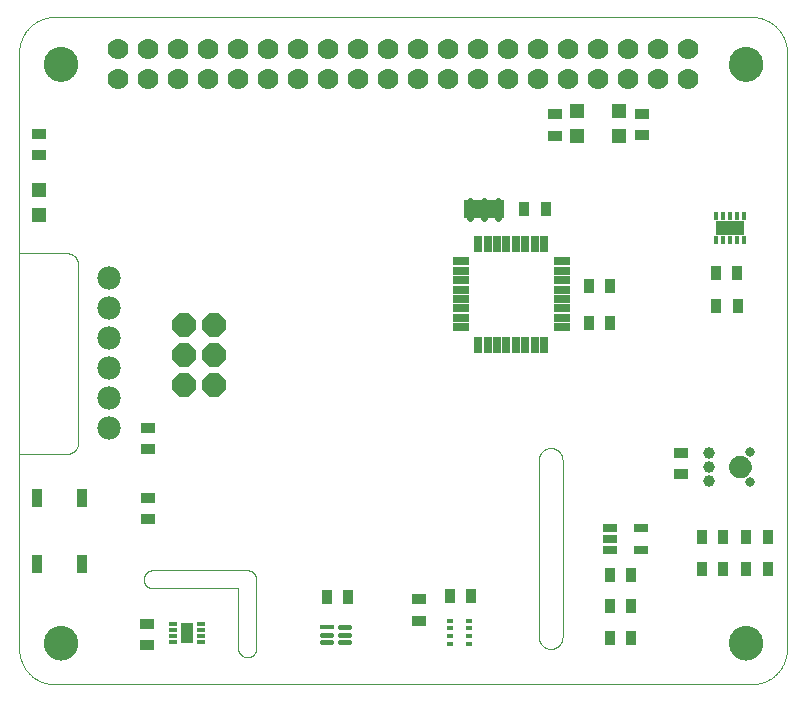
<source format=gts>
G75*
%MOIN*%
%OFA0B0*%
%FSLAX25Y25*%
%IPPOS*%
%LPD*%
%AMOC8*
5,1,8,0,0,1.08239X$1,22.5*
%
%ADD10C,0.00000*%
%ADD11C,0.00100*%
%ADD12C,0.11424*%
%ADD13C,0.07000*%
%ADD14R,0.02600X0.05400*%
%ADD15R,0.05400X0.02600*%
%ADD16R,0.02565X0.01384*%
%ADD17R,0.04337X0.07093*%
%ADD18R,0.04534X0.01581*%
%ADD19C,0.01581*%
%ADD20R,0.05124X0.03550*%
%ADD21R,0.03550X0.05124*%
%ADD22C,0.02172*%
%ADD23R,0.13760X0.06040*%
%ADD24R,0.05124X0.05124*%
%ADD25R,0.03400X0.06400*%
%ADD26C,0.01969*%
%ADD27C,0.03156*%
%ADD28C,0.03943*%
%ADD29R,0.05124X0.02565*%
%ADD30R,0.09370X0.04646*%
%ADD31R,0.01732X0.02756*%
%ADD32C,0.07800*%
%ADD33OC8,0.07800*%
%ADD34R,0.02369X0.01778*%
D10*
X0016811Y0005000D02*
X0249094Y0005000D01*
X0249379Y0005003D01*
X0249665Y0005014D01*
X0249950Y0005031D01*
X0250234Y0005055D01*
X0250518Y0005086D01*
X0250801Y0005124D01*
X0251082Y0005169D01*
X0251363Y0005220D01*
X0251643Y0005278D01*
X0251921Y0005343D01*
X0252197Y0005415D01*
X0252471Y0005493D01*
X0252744Y0005578D01*
X0253014Y0005670D01*
X0253282Y0005768D01*
X0253548Y0005872D01*
X0253811Y0005983D01*
X0254071Y0006100D01*
X0254329Y0006223D01*
X0254583Y0006353D01*
X0254834Y0006489D01*
X0255082Y0006630D01*
X0255326Y0006778D01*
X0255567Y0006931D01*
X0255803Y0007091D01*
X0256036Y0007256D01*
X0256265Y0007426D01*
X0256490Y0007602D01*
X0256710Y0007784D01*
X0256926Y0007970D01*
X0257137Y0008162D01*
X0257344Y0008359D01*
X0257546Y0008561D01*
X0257743Y0008768D01*
X0257935Y0008979D01*
X0258121Y0009195D01*
X0258303Y0009415D01*
X0258479Y0009640D01*
X0258649Y0009869D01*
X0258814Y0010102D01*
X0258974Y0010338D01*
X0259127Y0010579D01*
X0259275Y0010823D01*
X0259416Y0011071D01*
X0259552Y0011322D01*
X0259682Y0011576D01*
X0259805Y0011834D01*
X0259922Y0012094D01*
X0260033Y0012357D01*
X0260137Y0012623D01*
X0260235Y0012891D01*
X0260327Y0013161D01*
X0260412Y0013434D01*
X0260490Y0013708D01*
X0260562Y0013984D01*
X0260627Y0014262D01*
X0260685Y0014542D01*
X0260736Y0014823D01*
X0260781Y0015104D01*
X0260819Y0015387D01*
X0260850Y0015671D01*
X0260874Y0015955D01*
X0260891Y0016240D01*
X0260902Y0016526D01*
X0260905Y0016811D01*
X0260906Y0016811D02*
X0260906Y0215630D01*
X0260905Y0215630D02*
X0260902Y0215915D01*
X0260891Y0216201D01*
X0260874Y0216486D01*
X0260850Y0216770D01*
X0260819Y0217054D01*
X0260781Y0217337D01*
X0260736Y0217618D01*
X0260685Y0217899D01*
X0260627Y0218179D01*
X0260562Y0218457D01*
X0260490Y0218733D01*
X0260412Y0219007D01*
X0260327Y0219280D01*
X0260235Y0219550D01*
X0260137Y0219818D01*
X0260033Y0220084D01*
X0259922Y0220347D01*
X0259805Y0220607D01*
X0259682Y0220865D01*
X0259552Y0221119D01*
X0259416Y0221370D01*
X0259275Y0221618D01*
X0259127Y0221862D01*
X0258974Y0222103D01*
X0258814Y0222339D01*
X0258649Y0222572D01*
X0258479Y0222801D01*
X0258303Y0223026D01*
X0258121Y0223246D01*
X0257935Y0223462D01*
X0257743Y0223673D01*
X0257546Y0223880D01*
X0257344Y0224082D01*
X0257137Y0224279D01*
X0256926Y0224471D01*
X0256710Y0224657D01*
X0256490Y0224839D01*
X0256265Y0225015D01*
X0256036Y0225185D01*
X0255803Y0225350D01*
X0255567Y0225510D01*
X0255326Y0225663D01*
X0255082Y0225811D01*
X0254834Y0225952D01*
X0254583Y0226088D01*
X0254329Y0226218D01*
X0254071Y0226341D01*
X0253811Y0226458D01*
X0253548Y0226569D01*
X0253282Y0226673D01*
X0253014Y0226771D01*
X0252744Y0226863D01*
X0252471Y0226948D01*
X0252197Y0227026D01*
X0251921Y0227098D01*
X0251643Y0227163D01*
X0251363Y0227221D01*
X0251082Y0227272D01*
X0250801Y0227317D01*
X0250518Y0227355D01*
X0250234Y0227386D01*
X0249950Y0227410D01*
X0249665Y0227427D01*
X0249379Y0227438D01*
X0249094Y0227441D01*
X0016811Y0227441D01*
X0016526Y0227438D01*
X0016240Y0227427D01*
X0015955Y0227410D01*
X0015671Y0227386D01*
X0015387Y0227355D01*
X0015104Y0227317D01*
X0014823Y0227272D01*
X0014542Y0227221D01*
X0014262Y0227163D01*
X0013984Y0227098D01*
X0013708Y0227026D01*
X0013434Y0226948D01*
X0013161Y0226863D01*
X0012891Y0226771D01*
X0012623Y0226673D01*
X0012357Y0226569D01*
X0012094Y0226458D01*
X0011834Y0226341D01*
X0011576Y0226218D01*
X0011322Y0226088D01*
X0011071Y0225952D01*
X0010823Y0225811D01*
X0010579Y0225663D01*
X0010338Y0225510D01*
X0010102Y0225350D01*
X0009869Y0225185D01*
X0009640Y0225015D01*
X0009415Y0224839D01*
X0009195Y0224657D01*
X0008979Y0224471D01*
X0008768Y0224279D01*
X0008561Y0224082D01*
X0008359Y0223880D01*
X0008162Y0223673D01*
X0007970Y0223462D01*
X0007784Y0223246D01*
X0007602Y0223026D01*
X0007426Y0222801D01*
X0007256Y0222572D01*
X0007091Y0222339D01*
X0006931Y0222103D01*
X0006778Y0221862D01*
X0006630Y0221618D01*
X0006489Y0221370D01*
X0006353Y0221119D01*
X0006223Y0220865D01*
X0006100Y0220607D01*
X0005983Y0220347D01*
X0005872Y0220084D01*
X0005768Y0219818D01*
X0005670Y0219550D01*
X0005578Y0219280D01*
X0005493Y0219007D01*
X0005415Y0218733D01*
X0005343Y0218457D01*
X0005278Y0218179D01*
X0005220Y0217899D01*
X0005169Y0217618D01*
X0005124Y0217337D01*
X0005086Y0217054D01*
X0005055Y0216770D01*
X0005031Y0216486D01*
X0005014Y0216201D01*
X0005003Y0215915D01*
X0005000Y0215630D01*
X0005000Y0016811D01*
X0005003Y0016526D01*
X0005014Y0016240D01*
X0005031Y0015955D01*
X0005055Y0015671D01*
X0005086Y0015387D01*
X0005124Y0015104D01*
X0005169Y0014823D01*
X0005220Y0014542D01*
X0005278Y0014262D01*
X0005343Y0013984D01*
X0005415Y0013708D01*
X0005493Y0013434D01*
X0005578Y0013161D01*
X0005670Y0012891D01*
X0005768Y0012623D01*
X0005872Y0012357D01*
X0005983Y0012094D01*
X0006100Y0011834D01*
X0006223Y0011576D01*
X0006353Y0011322D01*
X0006489Y0011071D01*
X0006630Y0010823D01*
X0006778Y0010579D01*
X0006931Y0010338D01*
X0007091Y0010102D01*
X0007256Y0009869D01*
X0007426Y0009640D01*
X0007602Y0009415D01*
X0007784Y0009195D01*
X0007970Y0008979D01*
X0008162Y0008768D01*
X0008359Y0008561D01*
X0008561Y0008359D01*
X0008768Y0008162D01*
X0008979Y0007970D01*
X0009195Y0007784D01*
X0009415Y0007602D01*
X0009640Y0007426D01*
X0009869Y0007256D01*
X0010102Y0007091D01*
X0010338Y0006931D01*
X0010579Y0006778D01*
X0010823Y0006630D01*
X0011071Y0006489D01*
X0011322Y0006353D01*
X0011576Y0006223D01*
X0011834Y0006100D01*
X0012094Y0005983D01*
X0012357Y0005872D01*
X0012623Y0005768D01*
X0012891Y0005670D01*
X0013161Y0005578D01*
X0013434Y0005493D01*
X0013708Y0005415D01*
X0013984Y0005343D01*
X0014262Y0005278D01*
X0014542Y0005220D01*
X0014823Y0005169D01*
X0015104Y0005124D01*
X0015387Y0005086D01*
X0015671Y0005055D01*
X0015955Y0005031D01*
X0016240Y0005014D01*
X0016526Y0005003D01*
X0016811Y0005000D01*
X0013268Y0018780D02*
X0013270Y0018928D01*
X0013276Y0019076D01*
X0013286Y0019224D01*
X0013300Y0019371D01*
X0013318Y0019518D01*
X0013339Y0019664D01*
X0013365Y0019810D01*
X0013395Y0019955D01*
X0013428Y0020099D01*
X0013466Y0020242D01*
X0013507Y0020384D01*
X0013552Y0020525D01*
X0013600Y0020665D01*
X0013653Y0020804D01*
X0013709Y0020941D01*
X0013769Y0021076D01*
X0013832Y0021210D01*
X0013899Y0021342D01*
X0013970Y0021472D01*
X0014044Y0021600D01*
X0014121Y0021726D01*
X0014202Y0021850D01*
X0014286Y0021972D01*
X0014373Y0022091D01*
X0014464Y0022208D01*
X0014558Y0022323D01*
X0014654Y0022435D01*
X0014754Y0022545D01*
X0014856Y0022651D01*
X0014962Y0022755D01*
X0015070Y0022856D01*
X0015181Y0022954D01*
X0015294Y0023050D01*
X0015410Y0023142D01*
X0015528Y0023231D01*
X0015649Y0023316D01*
X0015772Y0023399D01*
X0015897Y0023478D01*
X0016024Y0023554D01*
X0016153Y0023626D01*
X0016284Y0023695D01*
X0016417Y0023760D01*
X0016552Y0023821D01*
X0016688Y0023879D01*
X0016825Y0023934D01*
X0016964Y0023984D01*
X0017105Y0024031D01*
X0017246Y0024074D01*
X0017389Y0024114D01*
X0017533Y0024149D01*
X0017677Y0024181D01*
X0017823Y0024208D01*
X0017969Y0024232D01*
X0018116Y0024252D01*
X0018263Y0024268D01*
X0018410Y0024280D01*
X0018558Y0024288D01*
X0018706Y0024292D01*
X0018854Y0024292D01*
X0019002Y0024288D01*
X0019150Y0024280D01*
X0019297Y0024268D01*
X0019444Y0024252D01*
X0019591Y0024232D01*
X0019737Y0024208D01*
X0019883Y0024181D01*
X0020027Y0024149D01*
X0020171Y0024114D01*
X0020314Y0024074D01*
X0020455Y0024031D01*
X0020596Y0023984D01*
X0020735Y0023934D01*
X0020872Y0023879D01*
X0021008Y0023821D01*
X0021143Y0023760D01*
X0021276Y0023695D01*
X0021407Y0023626D01*
X0021536Y0023554D01*
X0021663Y0023478D01*
X0021788Y0023399D01*
X0021911Y0023316D01*
X0022032Y0023231D01*
X0022150Y0023142D01*
X0022266Y0023050D01*
X0022379Y0022954D01*
X0022490Y0022856D01*
X0022598Y0022755D01*
X0022704Y0022651D01*
X0022806Y0022545D01*
X0022906Y0022435D01*
X0023002Y0022323D01*
X0023096Y0022208D01*
X0023187Y0022091D01*
X0023274Y0021972D01*
X0023358Y0021850D01*
X0023439Y0021726D01*
X0023516Y0021600D01*
X0023590Y0021472D01*
X0023661Y0021342D01*
X0023728Y0021210D01*
X0023791Y0021076D01*
X0023851Y0020941D01*
X0023907Y0020804D01*
X0023960Y0020665D01*
X0024008Y0020525D01*
X0024053Y0020384D01*
X0024094Y0020242D01*
X0024132Y0020099D01*
X0024165Y0019955D01*
X0024195Y0019810D01*
X0024221Y0019664D01*
X0024242Y0019518D01*
X0024260Y0019371D01*
X0024274Y0019224D01*
X0024284Y0019076D01*
X0024290Y0018928D01*
X0024292Y0018780D01*
X0024290Y0018632D01*
X0024284Y0018484D01*
X0024274Y0018336D01*
X0024260Y0018189D01*
X0024242Y0018042D01*
X0024221Y0017896D01*
X0024195Y0017750D01*
X0024165Y0017605D01*
X0024132Y0017461D01*
X0024094Y0017318D01*
X0024053Y0017176D01*
X0024008Y0017035D01*
X0023960Y0016895D01*
X0023907Y0016756D01*
X0023851Y0016619D01*
X0023791Y0016484D01*
X0023728Y0016350D01*
X0023661Y0016218D01*
X0023590Y0016088D01*
X0023516Y0015960D01*
X0023439Y0015834D01*
X0023358Y0015710D01*
X0023274Y0015588D01*
X0023187Y0015469D01*
X0023096Y0015352D01*
X0023002Y0015237D01*
X0022906Y0015125D01*
X0022806Y0015015D01*
X0022704Y0014909D01*
X0022598Y0014805D01*
X0022490Y0014704D01*
X0022379Y0014606D01*
X0022266Y0014510D01*
X0022150Y0014418D01*
X0022032Y0014329D01*
X0021911Y0014244D01*
X0021788Y0014161D01*
X0021663Y0014082D01*
X0021536Y0014006D01*
X0021407Y0013934D01*
X0021276Y0013865D01*
X0021143Y0013800D01*
X0021008Y0013739D01*
X0020872Y0013681D01*
X0020735Y0013626D01*
X0020596Y0013576D01*
X0020455Y0013529D01*
X0020314Y0013486D01*
X0020171Y0013446D01*
X0020027Y0013411D01*
X0019883Y0013379D01*
X0019737Y0013352D01*
X0019591Y0013328D01*
X0019444Y0013308D01*
X0019297Y0013292D01*
X0019150Y0013280D01*
X0019002Y0013272D01*
X0018854Y0013268D01*
X0018706Y0013268D01*
X0018558Y0013272D01*
X0018410Y0013280D01*
X0018263Y0013292D01*
X0018116Y0013308D01*
X0017969Y0013328D01*
X0017823Y0013352D01*
X0017677Y0013379D01*
X0017533Y0013411D01*
X0017389Y0013446D01*
X0017246Y0013486D01*
X0017105Y0013529D01*
X0016964Y0013576D01*
X0016825Y0013626D01*
X0016688Y0013681D01*
X0016552Y0013739D01*
X0016417Y0013800D01*
X0016284Y0013865D01*
X0016153Y0013934D01*
X0016024Y0014006D01*
X0015897Y0014082D01*
X0015772Y0014161D01*
X0015649Y0014244D01*
X0015528Y0014329D01*
X0015410Y0014418D01*
X0015294Y0014510D01*
X0015181Y0014606D01*
X0015070Y0014704D01*
X0014962Y0014805D01*
X0014856Y0014909D01*
X0014754Y0015015D01*
X0014654Y0015125D01*
X0014558Y0015237D01*
X0014464Y0015352D01*
X0014373Y0015469D01*
X0014286Y0015588D01*
X0014202Y0015710D01*
X0014121Y0015834D01*
X0014044Y0015960D01*
X0013970Y0016088D01*
X0013899Y0016218D01*
X0013832Y0016350D01*
X0013769Y0016484D01*
X0013709Y0016619D01*
X0013653Y0016756D01*
X0013600Y0016895D01*
X0013552Y0017035D01*
X0013507Y0017176D01*
X0013466Y0017318D01*
X0013428Y0017461D01*
X0013395Y0017605D01*
X0013365Y0017750D01*
X0013339Y0017896D01*
X0013318Y0018042D01*
X0013300Y0018189D01*
X0013286Y0018336D01*
X0013276Y0018484D01*
X0013270Y0018632D01*
X0013268Y0018780D01*
X0005000Y0053000D02*
X0005000Y0128000D01*
X0024685Y0144764D02*
X0024683Y0144888D01*
X0024677Y0145011D01*
X0024668Y0145135D01*
X0024654Y0145257D01*
X0024637Y0145380D01*
X0024615Y0145502D01*
X0024590Y0145623D01*
X0024561Y0145743D01*
X0024529Y0145862D01*
X0024492Y0145981D01*
X0024452Y0146098D01*
X0024409Y0146213D01*
X0024361Y0146328D01*
X0024310Y0146440D01*
X0024256Y0146551D01*
X0024198Y0146661D01*
X0024137Y0146768D01*
X0024072Y0146874D01*
X0024004Y0146977D01*
X0023933Y0147078D01*
X0023859Y0147177D01*
X0023782Y0147274D01*
X0023701Y0147368D01*
X0023618Y0147459D01*
X0023532Y0147548D01*
X0023443Y0147634D01*
X0023352Y0147717D01*
X0023258Y0147798D01*
X0023161Y0147875D01*
X0023062Y0147949D01*
X0022961Y0148020D01*
X0022858Y0148088D01*
X0022752Y0148153D01*
X0022645Y0148214D01*
X0022535Y0148272D01*
X0022424Y0148326D01*
X0022312Y0148377D01*
X0022197Y0148425D01*
X0022082Y0148468D01*
X0021965Y0148508D01*
X0021846Y0148545D01*
X0021727Y0148577D01*
X0021607Y0148606D01*
X0021486Y0148631D01*
X0021364Y0148653D01*
X0021241Y0148670D01*
X0021119Y0148684D01*
X0020995Y0148693D01*
X0020872Y0148699D01*
X0020748Y0148701D01*
X0005000Y0148701D01*
X0024685Y0144764D02*
X0024685Y0085709D01*
X0024683Y0085585D01*
X0024677Y0085462D01*
X0024668Y0085338D01*
X0024654Y0085216D01*
X0024637Y0085093D01*
X0024615Y0084971D01*
X0024590Y0084850D01*
X0024561Y0084730D01*
X0024529Y0084611D01*
X0024492Y0084492D01*
X0024452Y0084375D01*
X0024409Y0084260D01*
X0024361Y0084145D01*
X0024310Y0084033D01*
X0024256Y0083922D01*
X0024198Y0083812D01*
X0024137Y0083705D01*
X0024072Y0083599D01*
X0024004Y0083496D01*
X0023933Y0083395D01*
X0023859Y0083296D01*
X0023782Y0083199D01*
X0023701Y0083105D01*
X0023618Y0083014D01*
X0023532Y0082925D01*
X0023443Y0082839D01*
X0023352Y0082756D01*
X0023258Y0082675D01*
X0023161Y0082598D01*
X0023062Y0082524D01*
X0022961Y0082453D01*
X0022858Y0082385D01*
X0022752Y0082320D01*
X0022645Y0082259D01*
X0022535Y0082201D01*
X0022424Y0082147D01*
X0022312Y0082096D01*
X0022197Y0082048D01*
X0022082Y0082005D01*
X0021965Y0081965D01*
X0021846Y0081928D01*
X0021727Y0081896D01*
X0021607Y0081867D01*
X0021486Y0081842D01*
X0021364Y0081820D01*
X0021241Y0081803D01*
X0021119Y0081789D01*
X0020995Y0081780D01*
X0020872Y0081774D01*
X0020748Y0081772D01*
X0005394Y0081772D01*
X0005000Y0082000D02*
X0005000Y0082500D01*
X0013268Y0211693D02*
X0013270Y0211841D01*
X0013276Y0211989D01*
X0013286Y0212137D01*
X0013300Y0212284D01*
X0013318Y0212431D01*
X0013339Y0212577D01*
X0013365Y0212723D01*
X0013395Y0212868D01*
X0013428Y0213012D01*
X0013466Y0213155D01*
X0013507Y0213297D01*
X0013552Y0213438D01*
X0013600Y0213578D01*
X0013653Y0213717D01*
X0013709Y0213854D01*
X0013769Y0213989D01*
X0013832Y0214123D01*
X0013899Y0214255D01*
X0013970Y0214385D01*
X0014044Y0214513D01*
X0014121Y0214639D01*
X0014202Y0214763D01*
X0014286Y0214885D01*
X0014373Y0215004D01*
X0014464Y0215121D01*
X0014558Y0215236D01*
X0014654Y0215348D01*
X0014754Y0215458D01*
X0014856Y0215564D01*
X0014962Y0215668D01*
X0015070Y0215769D01*
X0015181Y0215867D01*
X0015294Y0215963D01*
X0015410Y0216055D01*
X0015528Y0216144D01*
X0015649Y0216229D01*
X0015772Y0216312D01*
X0015897Y0216391D01*
X0016024Y0216467D01*
X0016153Y0216539D01*
X0016284Y0216608D01*
X0016417Y0216673D01*
X0016552Y0216734D01*
X0016688Y0216792D01*
X0016825Y0216847D01*
X0016964Y0216897D01*
X0017105Y0216944D01*
X0017246Y0216987D01*
X0017389Y0217027D01*
X0017533Y0217062D01*
X0017677Y0217094D01*
X0017823Y0217121D01*
X0017969Y0217145D01*
X0018116Y0217165D01*
X0018263Y0217181D01*
X0018410Y0217193D01*
X0018558Y0217201D01*
X0018706Y0217205D01*
X0018854Y0217205D01*
X0019002Y0217201D01*
X0019150Y0217193D01*
X0019297Y0217181D01*
X0019444Y0217165D01*
X0019591Y0217145D01*
X0019737Y0217121D01*
X0019883Y0217094D01*
X0020027Y0217062D01*
X0020171Y0217027D01*
X0020314Y0216987D01*
X0020455Y0216944D01*
X0020596Y0216897D01*
X0020735Y0216847D01*
X0020872Y0216792D01*
X0021008Y0216734D01*
X0021143Y0216673D01*
X0021276Y0216608D01*
X0021407Y0216539D01*
X0021536Y0216467D01*
X0021663Y0216391D01*
X0021788Y0216312D01*
X0021911Y0216229D01*
X0022032Y0216144D01*
X0022150Y0216055D01*
X0022266Y0215963D01*
X0022379Y0215867D01*
X0022490Y0215769D01*
X0022598Y0215668D01*
X0022704Y0215564D01*
X0022806Y0215458D01*
X0022906Y0215348D01*
X0023002Y0215236D01*
X0023096Y0215121D01*
X0023187Y0215004D01*
X0023274Y0214885D01*
X0023358Y0214763D01*
X0023439Y0214639D01*
X0023516Y0214513D01*
X0023590Y0214385D01*
X0023661Y0214255D01*
X0023728Y0214123D01*
X0023791Y0213989D01*
X0023851Y0213854D01*
X0023907Y0213717D01*
X0023960Y0213578D01*
X0024008Y0213438D01*
X0024053Y0213297D01*
X0024094Y0213155D01*
X0024132Y0213012D01*
X0024165Y0212868D01*
X0024195Y0212723D01*
X0024221Y0212577D01*
X0024242Y0212431D01*
X0024260Y0212284D01*
X0024274Y0212137D01*
X0024284Y0211989D01*
X0024290Y0211841D01*
X0024292Y0211693D01*
X0024290Y0211545D01*
X0024284Y0211397D01*
X0024274Y0211249D01*
X0024260Y0211102D01*
X0024242Y0210955D01*
X0024221Y0210809D01*
X0024195Y0210663D01*
X0024165Y0210518D01*
X0024132Y0210374D01*
X0024094Y0210231D01*
X0024053Y0210089D01*
X0024008Y0209948D01*
X0023960Y0209808D01*
X0023907Y0209669D01*
X0023851Y0209532D01*
X0023791Y0209397D01*
X0023728Y0209263D01*
X0023661Y0209131D01*
X0023590Y0209001D01*
X0023516Y0208873D01*
X0023439Y0208747D01*
X0023358Y0208623D01*
X0023274Y0208501D01*
X0023187Y0208382D01*
X0023096Y0208265D01*
X0023002Y0208150D01*
X0022906Y0208038D01*
X0022806Y0207928D01*
X0022704Y0207822D01*
X0022598Y0207718D01*
X0022490Y0207617D01*
X0022379Y0207519D01*
X0022266Y0207423D01*
X0022150Y0207331D01*
X0022032Y0207242D01*
X0021911Y0207157D01*
X0021788Y0207074D01*
X0021663Y0206995D01*
X0021536Y0206919D01*
X0021407Y0206847D01*
X0021276Y0206778D01*
X0021143Y0206713D01*
X0021008Y0206652D01*
X0020872Y0206594D01*
X0020735Y0206539D01*
X0020596Y0206489D01*
X0020455Y0206442D01*
X0020314Y0206399D01*
X0020171Y0206359D01*
X0020027Y0206324D01*
X0019883Y0206292D01*
X0019737Y0206265D01*
X0019591Y0206241D01*
X0019444Y0206221D01*
X0019297Y0206205D01*
X0019150Y0206193D01*
X0019002Y0206185D01*
X0018854Y0206181D01*
X0018706Y0206181D01*
X0018558Y0206185D01*
X0018410Y0206193D01*
X0018263Y0206205D01*
X0018116Y0206221D01*
X0017969Y0206241D01*
X0017823Y0206265D01*
X0017677Y0206292D01*
X0017533Y0206324D01*
X0017389Y0206359D01*
X0017246Y0206399D01*
X0017105Y0206442D01*
X0016964Y0206489D01*
X0016825Y0206539D01*
X0016688Y0206594D01*
X0016552Y0206652D01*
X0016417Y0206713D01*
X0016284Y0206778D01*
X0016153Y0206847D01*
X0016024Y0206919D01*
X0015897Y0206995D01*
X0015772Y0207074D01*
X0015649Y0207157D01*
X0015528Y0207242D01*
X0015410Y0207331D01*
X0015294Y0207423D01*
X0015181Y0207519D01*
X0015070Y0207617D01*
X0014962Y0207718D01*
X0014856Y0207822D01*
X0014754Y0207928D01*
X0014654Y0208038D01*
X0014558Y0208150D01*
X0014464Y0208265D01*
X0014373Y0208382D01*
X0014286Y0208501D01*
X0014202Y0208623D01*
X0014121Y0208747D01*
X0014044Y0208873D01*
X0013970Y0209001D01*
X0013899Y0209131D01*
X0013832Y0209263D01*
X0013769Y0209397D01*
X0013709Y0209532D01*
X0013653Y0209669D01*
X0013600Y0209808D01*
X0013552Y0209948D01*
X0013507Y0210089D01*
X0013466Y0210231D01*
X0013428Y0210374D01*
X0013395Y0210518D01*
X0013365Y0210663D01*
X0013339Y0210809D01*
X0013318Y0210955D01*
X0013300Y0211102D01*
X0013286Y0211249D01*
X0013276Y0211397D01*
X0013270Y0211545D01*
X0013268Y0211693D01*
X0178228Y0079803D02*
X0178228Y0020748D01*
X0178230Y0020624D01*
X0178236Y0020501D01*
X0178245Y0020377D01*
X0178259Y0020255D01*
X0178276Y0020132D01*
X0178298Y0020010D01*
X0178323Y0019889D01*
X0178352Y0019769D01*
X0178384Y0019650D01*
X0178421Y0019531D01*
X0178461Y0019414D01*
X0178504Y0019299D01*
X0178552Y0019184D01*
X0178603Y0019072D01*
X0178657Y0018961D01*
X0178715Y0018851D01*
X0178776Y0018744D01*
X0178841Y0018638D01*
X0178909Y0018535D01*
X0178980Y0018434D01*
X0179054Y0018335D01*
X0179131Y0018238D01*
X0179212Y0018144D01*
X0179295Y0018053D01*
X0179381Y0017964D01*
X0179470Y0017878D01*
X0179561Y0017795D01*
X0179655Y0017714D01*
X0179752Y0017637D01*
X0179851Y0017563D01*
X0179952Y0017492D01*
X0180055Y0017424D01*
X0180161Y0017359D01*
X0180268Y0017298D01*
X0180378Y0017240D01*
X0180489Y0017186D01*
X0180601Y0017135D01*
X0180716Y0017087D01*
X0180831Y0017044D01*
X0180948Y0017004D01*
X0181067Y0016967D01*
X0181186Y0016935D01*
X0181306Y0016906D01*
X0181427Y0016881D01*
X0181549Y0016859D01*
X0181672Y0016842D01*
X0181794Y0016828D01*
X0181918Y0016819D01*
X0182041Y0016813D01*
X0182165Y0016811D01*
X0182289Y0016813D01*
X0182412Y0016819D01*
X0182536Y0016828D01*
X0182658Y0016842D01*
X0182781Y0016859D01*
X0182903Y0016881D01*
X0183024Y0016906D01*
X0183144Y0016935D01*
X0183263Y0016967D01*
X0183382Y0017004D01*
X0183499Y0017044D01*
X0183614Y0017087D01*
X0183729Y0017135D01*
X0183841Y0017186D01*
X0183952Y0017240D01*
X0184062Y0017298D01*
X0184169Y0017359D01*
X0184275Y0017424D01*
X0184378Y0017492D01*
X0184479Y0017563D01*
X0184578Y0017637D01*
X0184675Y0017714D01*
X0184769Y0017795D01*
X0184860Y0017878D01*
X0184949Y0017964D01*
X0185035Y0018053D01*
X0185118Y0018144D01*
X0185199Y0018238D01*
X0185276Y0018335D01*
X0185350Y0018434D01*
X0185421Y0018535D01*
X0185489Y0018638D01*
X0185554Y0018744D01*
X0185615Y0018851D01*
X0185673Y0018961D01*
X0185727Y0019072D01*
X0185778Y0019184D01*
X0185826Y0019299D01*
X0185869Y0019414D01*
X0185909Y0019531D01*
X0185946Y0019650D01*
X0185978Y0019769D01*
X0186007Y0019889D01*
X0186032Y0020010D01*
X0186054Y0020132D01*
X0186071Y0020255D01*
X0186085Y0020377D01*
X0186094Y0020501D01*
X0186100Y0020624D01*
X0186102Y0020748D01*
X0186102Y0079803D01*
X0186100Y0079927D01*
X0186094Y0080050D01*
X0186085Y0080174D01*
X0186071Y0080296D01*
X0186054Y0080419D01*
X0186032Y0080541D01*
X0186007Y0080662D01*
X0185978Y0080782D01*
X0185946Y0080901D01*
X0185909Y0081020D01*
X0185869Y0081137D01*
X0185826Y0081252D01*
X0185778Y0081367D01*
X0185727Y0081479D01*
X0185673Y0081590D01*
X0185615Y0081700D01*
X0185554Y0081807D01*
X0185489Y0081913D01*
X0185421Y0082016D01*
X0185350Y0082117D01*
X0185276Y0082216D01*
X0185199Y0082313D01*
X0185118Y0082407D01*
X0185035Y0082498D01*
X0184949Y0082587D01*
X0184860Y0082673D01*
X0184769Y0082756D01*
X0184675Y0082837D01*
X0184578Y0082914D01*
X0184479Y0082988D01*
X0184378Y0083059D01*
X0184275Y0083127D01*
X0184169Y0083192D01*
X0184062Y0083253D01*
X0183952Y0083311D01*
X0183841Y0083365D01*
X0183729Y0083416D01*
X0183614Y0083464D01*
X0183499Y0083507D01*
X0183382Y0083547D01*
X0183263Y0083584D01*
X0183144Y0083616D01*
X0183024Y0083645D01*
X0182903Y0083670D01*
X0182781Y0083692D01*
X0182658Y0083709D01*
X0182536Y0083723D01*
X0182412Y0083732D01*
X0182289Y0083738D01*
X0182165Y0083740D01*
X0182041Y0083738D01*
X0181918Y0083732D01*
X0181794Y0083723D01*
X0181672Y0083709D01*
X0181549Y0083692D01*
X0181427Y0083670D01*
X0181306Y0083645D01*
X0181186Y0083616D01*
X0181067Y0083584D01*
X0180948Y0083547D01*
X0180831Y0083507D01*
X0180716Y0083464D01*
X0180601Y0083416D01*
X0180489Y0083365D01*
X0180378Y0083311D01*
X0180268Y0083253D01*
X0180161Y0083192D01*
X0180055Y0083127D01*
X0179952Y0083059D01*
X0179851Y0082988D01*
X0179752Y0082914D01*
X0179655Y0082837D01*
X0179561Y0082756D01*
X0179470Y0082673D01*
X0179381Y0082587D01*
X0179295Y0082498D01*
X0179212Y0082407D01*
X0179131Y0082313D01*
X0179054Y0082216D01*
X0178980Y0082117D01*
X0178909Y0082016D01*
X0178841Y0081913D01*
X0178776Y0081807D01*
X0178715Y0081700D01*
X0178657Y0081590D01*
X0178603Y0081479D01*
X0178552Y0081367D01*
X0178504Y0081252D01*
X0178461Y0081137D01*
X0178421Y0081020D01*
X0178384Y0080901D01*
X0178352Y0080782D01*
X0178323Y0080662D01*
X0178298Y0080541D01*
X0178276Y0080419D01*
X0178259Y0080296D01*
X0178245Y0080174D01*
X0178236Y0080050D01*
X0178230Y0079927D01*
X0178228Y0079803D01*
X0243628Y0077400D02*
X0243630Y0077484D01*
X0243636Y0077567D01*
X0243646Y0077650D01*
X0243660Y0077733D01*
X0243677Y0077815D01*
X0243699Y0077896D01*
X0243724Y0077975D01*
X0243753Y0078054D01*
X0243786Y0078131D01*
X0243822Y0078206D01*
X0243862Y0078280D01*
X0243905Y0078352D01*
X0243952Y0078421D01*
X0244002Y0078488D01*
X0244055Y0078553D01*
X0244111Y0078615D01*
X0244169Y0078675D01*
X0244231Y0078732D01*
X0244295Y0078785D01*
X0244362Y0078836D01*
X0244431Y0078883D01*
X0244502Y0078928D01*
X0244575Y0078968D01*
X0244650Y0079005D01*
X0244727Y0079039D01*
X0244805Y0079069D01*
X0244884Y0079095D01*
X0244965Y0079118D01*
X0245047Y0079136D01*
X0245129Y0079151D01*
X0245212Y0079162D01*
X0245295Y0079169D01*
X0245379Y0079172D01*
X0245463Y0079171D01*
X0245546Y0079166D01*
X0245630Y0079157D01*
X0245712Y0079144D01*
X0245794Y0079128D01*
X0245875Y0079107D01*
X0245956Y0079083D01*
X0246034Y0079055D01*
X0246112Y0079023D01*
X0246188Y0078987D01*
X0246262Y0078948D01*
X0246334Y0078906D01*
X0246404Y0078860D01*
X0246472Y0078811D01*
X0246537Y0078759D01*
X0246600Y0078704D01*
X0246660Y0078646D01*
X0246718Y0078585D01*
X0246772Y0078521D01*
X0246824Y0078455D01*
X0246872Y0078387D01*
X0246917Y0078316D01*
X0246958Y0078243D01*
X0246997Y0078169D01*
X0247031Y0078093D01*
X0247062Y0078015D01*
X0247089Y0077936D01*
X0247113Y0077855D01*
X0247132Y0077774D01*
X0247148Y0077692D01*
X0247160Y0077609D01*
X0247168Y0077525D01*
X0247172Y0077442D01*
X0247172Y0077358D01*
X0247168Y0077275D01*
X0247160Y0077191D01*
X0247148Y0077108D01*
X0247132Y0077026D01*
X0247113Y0076945D01*
X0247089Y0076864D01*
X0247062Y0076785D01*
X0247031Y0076707D01*
X0246997Y0076631D01*
X0246958Y0076557D01*
X0246917Y0076484D01*
X0246872Y0076413D01*
X0246824Y0076345D01*
X0246772Y0076279D01*
X0246718Y0076215D01*
X0246660Y0076154D01*
X0246600Y0076096D01*
X0246537Y0076041D01*
X0246472Y0075989D01*
X0246404Y0075940D01*
X0246334Y0075894D01*
X0246262Y0075852D01*
X0246188Y0075813D01*
X0246112Y0075777D01*
X0246034Y0075745D01*
X0245956Y0075717D01*
X0245875Y0075693D01*
X0245794Y0075672D01*
X0245712Y0075656D01*
X0245630Y0075643D01*
X0245546Y0075634D01*
X0245463Y0075629D01*
X0245379Y0075628D01*
X0245295Y0075631D01*
X0245212Y0075638D01*
X0245129Y0075649D01*
X0245047Y0075664D01*
X0244965Y0075682D01*
X0244884Y0075705D01*
X0244805Y0075731D01*
X0244727Y0075761D01*
X0244650Y0075795D01*
X0244575Y0075832D01*
X0244502Y0075872D01*
X0244431Y0075917D01*
X0244362Y0075964D01*
X0244295Y0076015D01*
X0244231Y0076068D01*
X0244169Y0076125D01*
X0244111Y0076185D01*
X0244055Y0076247D01*
X0244002Y0076312D01*
X0243952Y0076379D01*
X0243905Y0076448D01*
X0243862Y0076520D01*
X0243822Y0076594D01*
X0243786Y0076669D01*
X0243753Y0076746D01*
X0243724Y0076825D01*
X0243699Y0076904D01*
X0243677Y0076985D01*
X0243660Y0077067D01*
X0243646Y0077150D01*
X0243636Y0077233D01*
X0243630Y0077316D01*
X0243628Y0077400D01*
X0241614Y0018780D02*
X0241616Y0018928D01*
X0241622Y0019076D01*
X0241632Y0019224D01*
X0241646Y0019371D01*
X0241664Y0019518D01*
X0241685Y0019664D01*
X0241711Y0019810D01*
X0241741Y0019955D01*
X0241774Y0020099D01*
X0241812Y0020242D01*
X0241853Y0020384D01*
X0241898Y0020525D01*
X0241946Y0020665D01*
X0241999Y0020804D01*
X0242055Y0020941D01*
X0242115Y0021076D01*
X0242178Y0021210D01*
X0242245Y0021342D01*
X0242316Y0021472D01*
X0242390Y0021600D01*
X0242467Y0021726D01*
X0242548Y0021850D01*
X0242632Y0021972D01*
X0242719Y0022091D01*
X0242810Y0022208D01*
X0242904Y0022323D01*
X0243000Y0022435D01*
X0243100Y0022545D01*
X0243202Y0022651D01*
X0243308Y0022755D01*
X0243416Y0022856D01*
X0243527Y0022954D01*
X0243640Y0023050D01*
X0243756Y0023142D01*
X0243874Y0023231D01*
X0243995Y0023316D01*
X0244118Y0023399D01*
X0244243Y0023478D01*
X0244370Y0023554D01*
X0244499Y0023626D01*
X0244630Y0023695D01*
X0244763Y0023760D01*
X0244898Y0023821D01*
X0245034Y0023879D01*
X0245171Y0023934D01*
X0245310Y0023984D01*
X0245451Y0024031D01*
X0245592Y0024074D01*
X0245735Y0024114D01*
X0245879Y0024149D01*
X0246023Y0024181D01*
X0246169Y0024208D01*
X0246315Y0024232D01*
X0246462Y0024252D01*
X0246609Y0024268D01*
X0246756Y0024280D01*
X0246904Y0024288D01*
X0247052Y0024292D01*
X0247200Y0024292D01*
X0247348Y0024288D01*
X0247496Y0024280D01*
X0247643Y0024268D01*
X0247790Y0024252D01*
X0247937Y0024232D01*
X0248083Y0024208D01*
X0248229Y0024181D01*
X0248373Y0024149D01*
X0248517Y0024114D01*
X0248660Y0024074D01*
X0248801Y0024031D01*
X0248942Y0023984D01*
X0249081Y0023934D01*
X0249218Y0023879D01*
X0249354Y0023821D01*
X0249489Y0023760D01*
X0249622Y0023695D01*
X0249753Y0023626D01*
X0249882Y0023554D01*
X0250009Y0023478D01*
X0250134Y0023399D01*
X0250257Y0023316D01*
X0250378Y0023231D01*
X0250496Y0023142D01*
X0250612Y0023050D01*
X0250725Y0022954D01*
X0250836Y0022856D01*
X0250944Y0022755D01*
X0251050Y0022651D01*
X0251152Y0022545D01*
X0251252Y0022435D01*
X0251348Y0022323D01*
X0251442Y0022208D01*
X0251533Y0022091D01*
X0251620Y0021972D01*
X0251704Y0021850D01*
X0251785Y0021726D01*
X0251862Y0021600D01*
X0251936Y0021472D01*
X0252007Y0021342D01*
X0252074Y0021210D01*
X0252137Y0021076D01*
X0252197Y0020941D01*
X0252253Y0020804D01*
X0252306Y0020665D01*
X0252354Y0020525D01*
X0252399Y0020384D01*
X0252440Y0020242D01*
X0252478Y0020099D01*
X0252511Y0019955D01*
X0252541Y0019810D01*
X0252567Y0019664D01*
X0252588Y0019518D01*
X0252606Y0019371D01*
X0252620Y0019224D01*
X0252630Y0019076D01*
X0252636Y0018928D01*
X0252638Y0018780D01*
X0252636Y0018632D01*
X0252630Y0018484D01*
X0252620Y0018336D01*
X0252606Y0018189D01*
X0252588Y0018042D01*
X0252567Y0017896D01*
X0252541Y0017750D01*
X0252511Y0017605D01*
X0252478Y0017461D01*
X0252440Y0017318D01*
X0252399Y0017176D01*
X0252354Y0017035D01*
X0252306Y0016895D01*
X0252253Y0016756D01*
X0252197Y0016619D01*
X0252137Y0016484D01*
X0252074Y0016350D01*
X0252007Y0016218D01*
X0251936Y0016088D01*
X0251862Y0015960D01*
X0251785Y0015834D01*
X0251704Y0015710D01*
X0251620Y0015588D01*
X0251533Y0015469D01*
X0251442Y0015352D01*
X0251348Y0015237D01*
X0251252Y0015125D01*
X0251152Y0015015D01*
X0251050Y0014909D01*
X0250944Y0014805D01*
X0250836Y0014704D01*
X0250725Y0014606D01*
X0250612Y0014510D01*
X0250496Y0014418D01*
X0250378Y0014329D01*
X0250257Y0014244D01*
X0250134Y0014161D01*
X0250009Y0014082D01*
X0249882Y0014006D01*
X0249753Y0013934D01*
X0249622Y0013865D01*
X0249489Y0013800D01*
X0249354Y0013739D01*
X0249218Y0013681D01*
X0249081Y0013626D01*
X0248942Y0013576D01*
X0248801Y0013529D01*
X0248660Y0013486D01*
X0248517Y0013446D01*
X0248373Y0013411D01*
X0248229Y0013379D01*
X0248083Y0013352D01*
X0247937Y0013328D01*
X0247790Y0013308D01*
X0247643Y0013292D01*
X0247496Y0013280D01*
X0247348Y0013272D01*
X0247200Y0013268D01*
X0247052Y0013268D01*
X0246904Y0013272D01*
X0246756Y0013280D01*
X0246609Y0013292D01*
X0246462Y0013308D01*
X0246315Y0013328D01*
X0246169Y0013352D01*
X0246023Y0013379D01*
X0245879Y0013411D01*
X0245735Y0013446D01*
X0245592Y0013486D01*
X0245451Y0013529D01*
X0245310Y0013576D01*
X0245171Y0013626D01*
X0245034Y0013681D01*
X0244898Y0013739D01*
X0244763Y0013800D01*
X0244630Y0013865D01*
X0244499Y0013934D01*
X0244370Y0014006D01*
X0244243Y0014082D01*
X0244118Y0014161D01*
X0243995Y0014244D01*
X0243874Y0014329D01*
X0243756Y0014418D01*
X0243640Y0014510D01*
X0243527Y0014606D01*
X0243416Y0014704D01*
X0243308Y0014805D01*
X0243202Y0014909D01*
X0243100Y0015015D01*
X0243000Y0015125D01*
X0242904Y0015237D01*
X0242810Y0015352D01*
X0242719Y0015469D01*
X0242632Y0015588D01*
X0242548Y0015710D01*
X0242467Y0015834D01*
X0242390Y0015960D01*
X0242316Y0016088D01*
X0242245Y0016218D01*
X0242178Y0016350D01*
X0242115Y0016484D01*
X0242055Y0016619D01*
X0241999Y0016756D01*
X0241946Y0016895D01*
X0241898Y0017035D01*
X0241853Y0017176D01*
X0241812Y0017318D01*
X0241774Y0017461D01*
X0241741Y0017605D01*
X0241711Y0017750D01*
X0241685Y0017896D01*
X0241664Y0018042D01*
X0241646Y0018189D01*
X0241632Y0018336D01*
X0241622Y0018484D01*
X0241616Y0018632D01*
X0241614Y0018780D01*
X0241614Y0211693D02*
X0241616Y0211841D01*
X0241622Y0211989D01*
X0241632Y0212137D01*
X0241646Y0212284D01*
X0241664Y0212431D01*
X0241685Y0212577D01*
X0241711Y0212723D01*
X0241741Y0212868D01*
X0241774Y0213012D01*
X0241812Y0213155D01*
X0241853Y0213297D01*
X0241898Y0213438D01*
X0241946Y0213578D01*
X0241999Y0213717D01*
X0242055Y0213854D01*
X0242115Y0213989D01*
X0242178Y0214123D01*
X0242245Y0214255D01*
X0242316Y0214385D01*
X0242390Y0214513D01*
X0242467Y0214639D01*
X0242548Y0214763D01*
X0242632Y0214885D01*
X0242719Y0215004D01*
X0242810Y0215121D01*
X0242904Y0215236D01*
X0243000Y0215348D01*
X0243100Y0215458D01*
X0243202Y0215564D01*
X0243308Y0215668D01*
X0243416Y0215769D01*
X0243527Y0215867D01*
X0243640Y0215963D01*
X0243756Y0216055D01*
X0243874Y0216144D01*
X0243995Y0216229D01*
X0244118Y0216312D01*
X0244243Y0216391D01*
X0244370Y0216467D01*
X0244499Y0216539D01*
X0244630Y0216608D01*
X0244763Y0216673D01*
X0244898Y0216734D01*
X0245034Y0216792D01*
X0245171Y0216847D01*
X0245310Y0216897D01*
X0245451Y0216944D01*
X0245592Y0216987D01*
X0245735Y0217027D01*
X0245879Y0217062D01*
X0246023Y0217094D01*
X0246169Y0217121D01*
X0246315Y0217145D01*
X0246462Y0217165D01*
X0246609Y0217181D01*
X0246756Y0217193D01*
X0246904Y0217201D01*
X0247052Y0217205D01*
X0247200Y0217205D01*
X0247348Y0217201D01*
X0247496Y0217193D01*
X0247643Y0217181D01*
X0247790Y0217165D01*
X0247937Y0217145D01*
X0248083Y0217121D01*
X0248229Y0217094D01*
X0248373Y0217062D01*
X0248517Y0217027D01*
X0248660Y0216987D01*
X0248801Y0216944D01*
X0248942Y0216897D01*
X0249081Y0216847D01*
X0249218Y0216792D01*
X0249354Y0216734D01*
X0249489Y0216673D01*
X0249622Y0216608D01*
X0249753Y0216539D01*
X0249882Y0216467D01*
X0250009Y0216391D01*
X0250134Y0216312D01*
X0250257Y0216229D01*
X0250378Y0216144D01*
X0250496Y0216055D01*
X0250612Y0215963D01*
X0250725Y0215867D01*
X0250836Y0215769D01*
X0250944Y0215668D01*
X0251050Y0215564D01*
X0251152Y0215458D01*
X0251252Y0215348D01*
X0251348Y0215236D01*
X0251442Y0215121D01*
X0251533Y0215004D01*
X0251620Y0214885D01*
X0251704Y0214763D01*
X0251785Y0214639D01*
X0251862Y0214513D01*
X0251936Y0214385D01*
X0252007Y0214255D01*
X0252074Y0214123D01*
X0252137Y0213989D01*
X0252197Y0213854D01*
X0252253Y0213717D01*
X0252306Y0213578D01*
X0252354Y0213438D01*
X0252399Y0213297D01*
X0252440Y0213155D01*
X0252478Y0213012D01*
X0252511Y0212868D01*
X0252541Y0212723D01*
X0252567Y0212577D01*
X0252588Y0212431D01*
X0252606Y0212284D01*
X0252620Y0212137D01*
X0252630Y0211989D01*
X0252636Y0211841D01*
X0252638Y0211693D01*
X0252636Y0211545D01*
X0252630Y0211397D01*
X0252620Y0211249D01*
X0252606Y0211102D01*
X0252588Y0210955D01*
X0252567Y0210809D01*
X0252541Y0210663D01*
X0252511Y0210518D01*
X0252478Y0210374D01*
X0252440Y0210231D01*
X0252399Y0210089D01*
X0252354Y0209948D01*
X0252306Y0209808D01*
X0252253Y0209669D01*
X0252197Y0209532D01*
X0252137Y0209397D01*
X0252074Y0209263D01*
X0252007Y0209131D01*
X0251936Y0209001D01*
X0251862Y0208873D01*
X0251785Y0208747D01*
X0251704Y0208623D01*
X0251620Y0208501D01*
X0251533Y0208382D01*
X0251442Y0208265D01*
X0251348Y0208150D01*
X0251252Y0208038D01*
X0251152Y0207928D01*
X0251050Y0207822D01*
X0250944Y0207718D01*
X0250836Y0207617D01*
X0250725Y0207519D01*
X0250612Y0207423D01*
X0250496Y0207331D01*
X0250378Y0207242D01*
X0250257Y0207157D01*
X0250134Y0207074D01*
X0250009Y0206995D01*
X0249882Y0206919D01*
X0249753Y0206847D01*
X0249622Y0206778D01*
X0249489Y0206713D01*
X0249354Y0206652D01*
X0249218Y0206594D01*
X0249081Y0206539D01*
X0248942Y0206489D01*
X0248801Y0206442D01*
X0248660Y0206399D01*
X0248517Y0206359D01*
X0248373Y0206324D01*
X0248229Y0206292D01*
X0248083Y0206265D01*
X0247937Y0206241D01*
X0247790Y0206221D01*
X0247643Y0206205D01*
X0247496Y0206193D01*
X0247348Y0206185D01*
X0247200Y0206181D01*
X0247052Y0206181D01*
X0246904Y0206185D01*
X0246756Y0206193D01*
X0246609Y0206205D01*
X0246462Y0206221D01*
X0246315Y0206241D01*
X0246169Y0206265D01*
X0246023Y0206292D01*
X0245879Y0206324D01*
X0245735Y0206359D01*
X0245592Y0206399D01*
X0245451Y0206442D01*
X0245310Y0206489D01*
X0245171Y0206539D01*
X0245034Y0206594D01*
X0244898Y0206652D01*
X0244763Y0206713D01*
X0244630Y0206778D01*
X0244499Y0206847D01*
X0244370Y0206919D01*
X0244243Y0206995D01*
X0244118Y0207074D01*
X0243995Y0207157D01*
X0243874Y0207242D01*
X0243756Y0207331D01*
X0243640Y0207423D01*
X0243527Y0207519D01*
X0243416Y0207617D01*
X0243308Y0207718D01*
X0243202Y0207822D01*
X0243100Y0207928D01*
X0243000Y0208038D01*
X0242904Y0208150D01*
X0242810Y0208265D01*
X0242719Y0208382D01*
X0242632Y0208501D01*
X0242548Y0208623D01*
X0242467Y0208747D01*
X0242390Y0208873D01*
X0242316Y0209001D01*
X0242245Y0209131D01*
X0242178Y0209263D01*
X0242115Y0209397D01*
X0242055Y0209532D01*
X0241999Y0209669D01*
X0241946Y0209808D01*
X0241898Y0209948D01*
X0241853Y0210089D01*
X0241812Y0210231D01*
X0241774Y0210374D01*
X0241741Y0210518D01*
X0241711Y0210663D01*
X0241685Y0210809D01*
X0241664Y0210955D01*
X0241646Y0211102D01*
X0241632Y0211249D01*
X0241622Y0211397D01*
X0241616Y0211545D01*
X0241614Y0211693D01*
D11*
X0081000Y0043000D02*
X0049500Y0043000D01*
X0046500Y0040000D02*
X0046502Y0039893D01*
X0046508Y0039786D01*
X0046517Y0039679D01*
X0046531Y0039573D01*
X0046548Y0039467D01*
X0046569Y0039362D01*
X0046593Y0039258D01*
X0046622Y0039155D01*
X0046654Y0039053D01*
X0046689Y0038952D01*
X0046728Y0038852D01*
X0046771Y0038754D01*
X0046817Y0038657D01*
X0046867Y0038562D01*
X0046920Y0038469D01*
X0046976Y0038378D01*
X0047036Y0038289D01*
X0047098Y0038202D01*
X0047164Y0038118D01*
X0047233Y0038035D01*
X0047304Y0037956D01*
X0047379Y0037879D01*
X0047456Y0037804D01*
X0047535Y0037733D01*
X0047618Y0037664D01*
X0047702Y0037598D01*
X0047789Y0037536D01*
X0047878Y0037476D01*
X0047969Y0037420D01*
X0048062Y0037367D01*
X0048157Y0037317D01*
X0048254Y0037271D01*
X0048352Y0037228D01*
X0048452Y0037189D01*
X0048553Y0037154D01*
X0048655Y0037122D01*
X0048758Y0037093D01*
X0048862Y0037069D01*
X0048967Y0037048D01*
X0049073Y0037031D01*
X0049179Y0037017D01*
X0049286Y0037008D01*
X0049393Y0037002D01*
X0049500Y0037000D01*
X0078000Y0037000D01*
X0078000Y0017000D01*
X0078002Y0016893D01*
X0078008Y0016786D01*
X0078017Y0016679D01*
X0078031Y0016573D01*
X0078048Y0016467D01*
X0078069Y0016362D01*
X0078093Y0016258D01*
X0078122Y0016155D01*
X0078154Y0016053D01*
X0078189Y0015952D01*
X0078228Y0015852D01*
X0078271Y0015754D01*
X0078317Y0015657D01*
X0078367Y0015562D01*
X0078420Y0015469D01*
X0078476Y0015378D01*
X0078536Y0015289D01*
X0078598Y0015202D01*
X0078664Y0015118D01*
X0078733Y0015035D01*
X0078804Y0014956D01*
X0078879Y0014879D01*
X0078956Y0014804D01*
X0079035Y0014733D01*
X0079118Y0014664D01*
X0079202Y0014598D01*
X0079289Y0014536D01*
X0079378Y0014476D01*
X0079469Y0014420D01*
X0079562Y0014367D01*
X0079657Y0014317D01*
X0079754Y0014271D01*
X0079852Y0014228D01*
X0079952Y0014189D01*
X0080053Y0014154D01*
X0080155Y0014122D01*
X0080258Y0014093D01*
X0080362Y0014069D01*
X0080467Y0014048D01*
X0080573Y0014031D01*
X0080679Y0014017D01*
X0080786Y0014008D01*
X0080893Y0014002D01*
X0081000Y0014000D01*
X0081107Y0014002D01*
X0081214Y0014008D01*
X0081321Y0014017D01*
X0081427Y0014031D01*
X0081533Y0014048D01*
X0081638Y0014069D01*
X0081742Y0014093D01*
X0081845Y0014122D01*
X0081947Y0014154D01*
X0082048Y0014189D01*
X0082148Y0014228D01*
X0082246Y0014271D01*
X0082343Y0014317D01*
X0082438Y0014367D01*
X0082531Y0014420D01*
X0082622Y0014476D01*
X0082711Y0014536D01*
X0082798Y0014598D01*
X0082882Y0014664D01*
X0082965Y0014733D01*
X0083044Y0014804D01*
X0083121Y0014879D01*
X0083196Y0014956D01*
X0083267Y0015035D01*
X0083336Y0015118D01*
X0083402Y0015202D01*
X0083464Y0015289D01*
X0083524Y0015378D01*
X0083580Y0015469D01*
X0083633Y0015562D01*
X0083683Y0015657D01*
X0083729Y0015754D01*
X0083772Y0015852D01*
X0083811Y0015952D01*
X0083846Y0016053D01*
X0083878Y0016155D01*
X0083907Y0016258D01*
X0083931Y0016362D01*
X0083952Y0016467D01*
X0083969Y0016573D01*
X0083983Y0016679D01*
X0083992Y0016786D01*
X0083998Y0016893D01*
X0084000Y0017000D01*
X0084000Y0040000D01*
X0083998Y0040107D01*
X0083992Y0040214D01*
X0083983Y0040321D01*
X0083969Y0040427D01*
X0083952Y0040533D01*
X0083931Y0040638D01*
X0083907Y0040742D01*
X0083878Y0040845D01*
X0083846Y0040947D01*
X0083811Y0041048D01*
X0083772Y0041148D01*
X0083729Y0041246D01*
X0083683Y0041343D01*
X0083633Y0041438D01*
X0083580Y0041531D01*
X0083524Y0041622D01*
X0083464Y0041711D01*
X0083402Y0041798D01*
X0083336Y0041882D01*
X0083267Y0041965D01*
X0083196Y0042044D01*
X0083121Y0042121D01*
X0083044Y0042196D01*
X0082965Y0042267D01*
X0082882Y0042336D01*
X0082798Y0042402D01*
X0082711Y0042464D01*
X0082622Y0042524D01*
X0082531Y0042580D01*
X0082438Y0042633D01*
X0082343Y0042683D01*
X0082246Y0042729D01*
X0082148Y0042772D01*
X0082048Y0042811D01*
X0081947Y0042846D01*
X0081845Y0042878D01*
X0081742Y0042907D01*
X0081638Y0042931D01*
X0081533Y0042952D01*
X0081427Y0042969D01*
X0081321Y0042983D01*
X0081214Y0042992D01*
X0081107Y0042998D01*
X0081000Y0043000D01*
X0081107Y0042998D01*
X0081214Y0042992D01*
X0081321Y0042983D01*
X0081427Y0042969D01*
X0081533Y0042952D01*
X0081638Y0042931D01*
X0081742Y0042907D01*
X0081845Y0042878D01*
X0081947Y0042846D01*
X0082048Y0042811D01*
X0082148Y0042772D01*
X0082246Y0042729D01*
X0082343Y0042683D01*
X0082438Y0042633D01*
X0082531Y0042580D01*
X0082622Y0042524D01*
X0082711Y0042464D01*
X0082798Y0042402D01*
X0082882Y0042336D01*
X0082965Y0042267D01*
X0083044Y0042196D01*
X0083121Y0042121D01*
X0083196Y0042044D01*
X0083267Y0041965D01*
X0083336Y0041882D01*
X0083402Y0041798D01*
X0083464Y0041711D01*
X0083524Y0041622D01*
X0083580Y0041531D01*
X0083633Y0041438D01*
X0083683Y0041343D01*
X0083729Y0041246D01*
X0083772Y0041148D01*
X0083811Y0041048D01*
X0083846Y0040947D01*
X0083878Y0040845D01*
X0083907Y0040742D01*
X0083931Y0040638D01*
X0083952Y0040533D01*
X0083969Y0040427D01*
X0083983Y0040321D01*
X0083992Y0040214D01*
X0083998Y0040107D01*
X0084000Y0040000D01*
X0049500Y0043000D02*
X0049393Y0042998D01*
X0049286Y0042992D01*
X0049179Y0042983D01*
X0049073Y0042969D01*
X0048967Y0042952D01*
X0048862Y0042931D01*
X0048758Y0042907D01*
X0048655Y0042878D01*
X0048553Y0042846D01*
X0048452Y0042811D01*
X0048352Y0042772D01*
X0048254Y0042729D01*
X0048157Y0042683D01*
X0048062Y0042633D01*
X0047969Y0042580D01*
X0047878Y0042524D01*
X0047789Y0042464D01*
X0047702Y0042402D01*
X0047618Y0042336D01*
X0047535Y0042267D01*
X0047456Y0042196D01*
X0047379Y0042121D01*
X0047304Y0042044D01*
X0047233Y0041965D01*
X0047164Y0041882D01*
X0047098Y0041798D01*
X0047036Y0041711D01*
X0046976Y0041622D01*
X0046920Y0041531D01*
X0046867Y0041438D01*
X0046817Y0041343D01*
X0046771Y0041246D01*
X0046728Y0041148D01*
X0046689Y0041048D01*
X0046654Y0040947D01*
X0046622Y0040845D01*
X0046593Y0040742D01*
X0046569Y0040638D01*
X0046548Y0040533D01*
X0046531Y0040427D01*
X0046517Y0040321D01*
X0046508Y0040214D01*
X0046502Y0040107D01*
X0046500Y0040000D01*
D12*
X0018780Y0018780D03*
X0018780Y0211693D03*
X0247126Y0211693D03*
X0247126Y0018780D03*
D13*
X0227953Y0206693D03*
X0227953Y0216693D03*
X0217953Y0216693D03*
X0217953Y0206693D03*
X0207953Y0206693D03*
X0207953Y0216693D03*
X0197953Y0216693D03*
X0187953Y0216693D03*
X0187953Y0206693D03*
X0197953Y0206693D03*
X0177953Y0206693D03*
X0177953Y0216693D03*
X0167953Y0216693D03*
X0167953Y0206693D03*
X0157953Y0206693D03*
X0157953Y0216693D03*
X0147953Y0216693D03*
X0137953Y0216693D03*
X0137953Y0206693D03*
X0147953Y0206693D03*
X0127953Y0206693D03*
X0127953Y0216693D03*
X0117953Y0216693D03*
X0117953Y0206693D03*
X0107953Y0206693D03*
X0097953Y0206693D03*
X0097953Y0216693D03*
X0107953Y0216693D03*
X0087953Y0216693D03*
X0087953Y0206693D03*
X0077953Y0206693D03*
X0077953Y0216693D03*
X0067953Y0216693D03*
X0067953Y0206693D03*
X0057953Y0206693D03*
X0047953Y0206693D03*
X0047953Y0216693D03*
X0057953Y0216693D03*
X0037953Y0216693D03*
X0037953Y0206693D03*
D14*
X0157976Y0151900D03*
X0161126Y0151900D03*
X0164276Y0151900D03*
X0167425Y0151900D03*
X0170575Y0151900D03*
X0173724Y0151900D03*
X0176874Y0151900D03*
X0180024Y0151900D03*
X0180024Y0118100D03*
X0176874Y0118100D03*
X0173724Y0118100D03*
X0170575Y0118100D03*
X0167425Y0118100D03*
X0164276Y0118100D03*
X0161126Y0118100D03*
X0157976Y0118100D03*
D15*
X0152100Y0123976D03*
X0152100Y0127126D03*
X0152100Y0130276D03*
X0152100Y0133425D03*
X0152100Y0136575D03*
X0152100Y0139724D03*
X0152100Y0142874D03*
X0152100Y0146024D03*
X0185900Y0146024D03*
X0185900Y0142874D03*
X0185900Y0139724D03*
X0185900Y0136575D03*
X0185900Y0133425D03*
X0185900Y0130276D03*
X0185900Y0127126D03*
X0185900Y0123976D03*
D16*
X0065626Y0024953D03*
X0065626Y0022984D03*
X0065626Y0021016D03*
X0065626Y0019047D03*
X0056374Y0019047D03*
X0056374Y0021016D03*
X0056374Y0022984D03*
X0056374Y0024953D03*
D17*
X0061000Y0022000D03*
D18*
X0107449Y0024059D03*
D19*
X0108926Y0021500D02*
X0105972Y0021500D01*
X0105972Y0021500D01*
X0108926Y0021500D01*
X0108926Y0021500D01*
X0108926Y0018941D02*
X0105972Y0018941D01*
X0105972Y0018941D01*
X0108926Y0018941D01*
X0108926Y0018941D01*
X0112074Y0018941D02*
X0115028Y0018941D01*
X0112074Y0018941D02*
X0112074Y0018941D01*
X0115028Y0018941D01*
X0115028Y0018941D01*
X0115028Y0021500D02*
X0112074Y0021500D01*
X0112074Y0021500D01*
X0115028Y0021500D01*
X0115028Y0021500D01*
X0115028Y0024059D02*
X0112074Y0024059D01*
X0112074Y0024059D01*
X0115028Y0024059D01*
X0115028Y0024059D01*
D20*
X0138400Y0026257D03*
X0138400Y0033343D03*
X0225500Y0075057D03*
X0225500Y0082143D03*
X0212600Y0188057D03*
X0212600Y0195143D03*
X0183600Y0194943D03*
X0183600Y0187857D03*
X0047800Y0090543D03*
X0047800Y0083457D03*
X0047900Y0067043D03*
X0047900Y0059957D03*
X0047500Y0025043D03*
X0047500Y0017957D03*
X0011500Y0181457D03*
X0011500Y0188543D03*
D21*
X0173357Y0163300D03*
X0180443Y0163300D03*
X0194957Y0137900D03*
X0202043Y0137900D03*
X0202043Y0125300D03*
X0194957Y0125300D03*
X0237357Y0131100D03*
X0244443Y0131100D03*
X0244343Y0142200D03*
X0237257Y0142200D03*
X0239543Y0054000D03*
X0232457Y0054000D03*
X0232457Y0043500D03*
X0239543Y0043500D03*
X0247357Y0043600D03*
X0254443Y0043600D03*
X0254443Y0054100D03*
X0247357Y0054100D03*
X0209043Y0041500D03*
X0201957Y0041500D03*
X0201957Y0031000D03*
X0209043Y0031000D03*
X0209043Y0020500D03*
X0201957Y0020500D03*
X0155743Y0034400D03*
X0148657Y0034400D03*
X0114643Y0034000D03*
X0107557Y0034000D03*
D22*
X0155176Y0160536D02*
X0155176Y0166264D01*
X0159900Y0166264D02*
X0159900Y0160536D01*
X0164624Y0160536D02*
X0164624Y0166264D01*
D23*
X0159910Y0163410D03*
D24*
X0191000Y0187866D03*
X0191000Y0196134D03*
X0205000Y0196134D03*
X0205000Y0187866D03*
X0011500Y0169634D03*
X0011500Y0161366D03*
D25*
X0011000Y0067000D03*
X0026000Y0067000D03*
X0026000Y0045000D03*
X0011000Y0045000D03*
D26*
X0242644Y0077400D02*
X0242646Y0077505D01*
X0242652Y0077610D01*
X0242662Y0077714D01*
X0242676Y0077818D01*
X0242694Y0077922D01*
X0242716Y0078024D01*
X0242741Y0078126D01*
X0242771Y0078227D01*
X0242804Y0078326D01*
X0242841Y0078424D01*
X0242882Y0078521D01*
X0242927Y0078616D01*
X0242975Y0078709D01*
X0243026Y0078801D01*
X0243082Y0078890D01*
X0243140Y0078977D01*
X0243202Y0079062D01*
X0243266Y0079145D01*
X0243334Y0079225D01*
X0243405Y0079302D01*
X0243479Y0079376D01*
X0243556Y0079448D01*
X0243635Y0079517D01*
X0243717Y0079582D01*
X0243801Y0079645D01*
X0243888Y0079704D01*
X0243977Y0079760D01*
X0244068Y0079813D01*
X0244161Y0079862D01*
X0244255Y0079907D01*
X0244351Y0079949D01*
X0244449Y0079987D01*
X0244548Y0080021D01*
X0244649Y0080052D01*
X0244750Y0080078D01*
X0244853Y0080101D01*
X0244956Y0080120D01*
X0245060Y0080135D01*
X0245164Y0080146D01*
X0245269Y0080153D01*
X0245374Y0080156D01*
X0245479Y0080155D01*
X0245584Y0080150D01*
X0245688Y0080141D01*
X0245792Y0080128D01*
X0245896Y0080111D01*
X0245999Y0080090D01*
X0246101Y0080065D01*
X0246202Y0080037D01*
X0246301Y0080004D01*
X0246400Y0079968D01*
X0246497Y0079928D01*
X0246592Y0079885D01*
X0246686Y0079837D01*
X0246778Y0079787D01*
X0246868Y0079733D01*
X0246956Y0079675D01*
X0247041Y0079614D01*
X0247124Y0079550D01*
X0247205Y0079483D01*
X0247283Y0079413D01*
X0247358Y0079339D01*
X0247430Y0079264D01*
X0247500Y0079185D01*
X0247566Y0079104D01*
X0247630Y0079020D01*
X0247690Y0078934D01*
X0247746Y0078846D01*
X0247800Y0078755D01*
X0247850Y0078663D01*
X0247896Y0078569D01*
X0247939Y0078473D01*
X0247978Y0078375D01*
X0248013Y0078277D01*
X0248044Y0078176D01*
X0248072Y0078075D01*
X0248096Y0077973D01*
X0248116Y0077870D01*
X0248132Y0077766D01*
X0248144Y0077662D01*
X0248152Y0077557D01*
X0248156Y0077452D01*
X0248156Y0077348D01*
X0248152Y0077243D01*
X0248144Y0077138D01*
X0248132Y0077034D01*
X0248116Y0076930D01*
X0248096Y0076827D01*
X0248072Y0076725D01*
X0248044Y0076624D01*
X0248013Y0076523D01*
X0247978Y0076425D01*
X0247939Y0076327D01*
X0247896Y0076231D01*
X0247850Y0076137D01*
X0247800Y0076045D01*
X0247746Y0075954D01*
X0247690Y0075866D01*
X0247630Y0075780D01*
X0247566Y0075696D01*
X0247500Y0075615D01*
X0247430Y0075536D01*
X0247358Y0075461D01*
X0247283Y0075387D01*
X0247205Y0075317D01*
X0247124Y0075250D01*
X0247041Y0075186D01*
X0246956Y0075125D01*
X0246868Y0075067D01*
X0246778Y0075013D01*
X0246686Y0074963D01*
X0246592Y0074915D01*
X0246497Y0074872D01*
X0246400Y0074832D01*
X0246301Y0074796D01*
X0246202Y0074763D01*
X0246101Y0074735D01*
X0245999Y0074710D01*
X0245896Y0074689D01*
X0245792Y0074672D01*
X0245688Y0074659D01*
X0245584Y0074650D01*
X0245479Y0074645D01*
X0245374Y0074644D01*
X0245269Y0074647D01*
X0245164Y0074654D01*
X0245060Y0074665D01*
X0244956Y0074680D01*
X0244853Y0074699D01*
X0244750Y0074722D01*
X0244649Y0074748D01*
X0244548Y0074779D01*
X0244449Y0074813D01*
X0244351Y0074851D01*
X0244255Y0074893D01*
X0244161Y0074938D01*
X0244068Y0074987D01*
X0243977Y0075040D01*
X0243888Y0075096D01*
X0243801Y0075155D01*
X0243717Y0075218D01*
X0243635Y0075283D01*
X0243556Y0075352D01*
X0243479Y0075424D01*
X0243405Y0075498D01*
X0243334Y0075575D01*
X0243266Y0075655D01*
X0243202Y0075738D01*
X0243140Y0075823D01*
X0243082Y0075910D01*
X0243026Y0075999D01*
X0242975Y0076091D01*
X0242927Y0076184D01*
X0242882Y0076279D01*
X0242841Y0076376D01*
X0242804Y0076474D01*
X0242771Y0076573D01*
X0242741Y0076674D01*
X0242716Y0076776D01*
X0242694Y0076878D01*
X0242676Y0076982D01*
X0242662Y0077086D01*
X0242652Y0077190D01*
X0242646Y0077295D01*
X0242644Y0077400D01*
D27*
X0248550Y0072282D03*
X0248550Y0082518D03*
D28*
X0245400Y0077400D03*
X0235085Y0077400D03*
X0235085Y0072676D03*
X0235085Y0082124D03*
D29*
X0212119Y0057240D03*
X0212119Y0049760D03*
X0201881Y0049760D03*
X0201881Y0053500D03*
X0201881Y0057240D03*
D30*
X0241926Y0157115D03*
D31*
X0241926Y0152981D03*
X0244288Y0152981D03*
X0246650Y0152981D03*
X0239564Y0152981D03*
X0237202Y0152981D03*
X0237202Y0161249D03*
X0239564Y0161249D03*
X0241887Y0161249D03*
X0244288Y0161249D03*
X0246650Y0161249D03*
D32*
X0035000Y0140600D03*
X0035000Y0130600D03*
X0035000Y0120600D03*
X0035000Y0110600D03*
X0035000Y0100600D03*
X0035000Y0090600D03*
D33*
X0059800Y0104800D03*
X0059800Y0114800D03*
X0059800Y0124800D03*
X0069800Y0124800D03*
X0069800Y0114800D03*
X0069800Y0104800D03*
D34*
X0148650Y0026239D03*
X0148650Y0023680D03*
X0148650Y0021120D03*
X0148650Y0018561D03*
X0154950Y0018561D03*
X0154950Y0021120D03*
X0154950Y0023680D03*
X0154950Y0026239D03*
M02*

</source>
